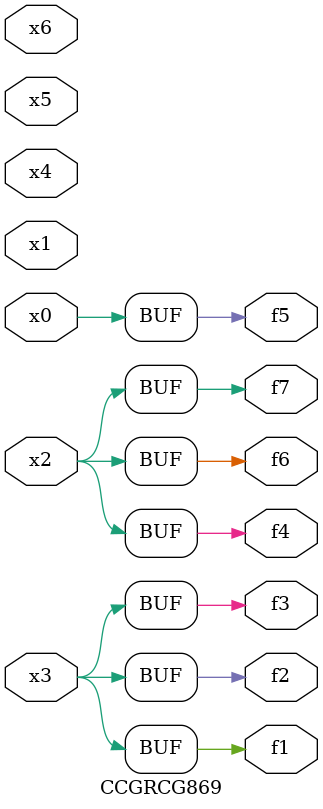
<source format=v>
module CCGRCG869(
	input x0, x1, x2, x3, x4, x5, x6,
	output f1, f2, f3, f4, f5, f6, f7
);
	assign f1 = x3;
	assign f2 = x3;
	assign f3 = x3;
	assign f4 = x2;
	assign f5 = x0;
	assign f6 = x2;
	assign f7 = x2;
endmodule

</source>
